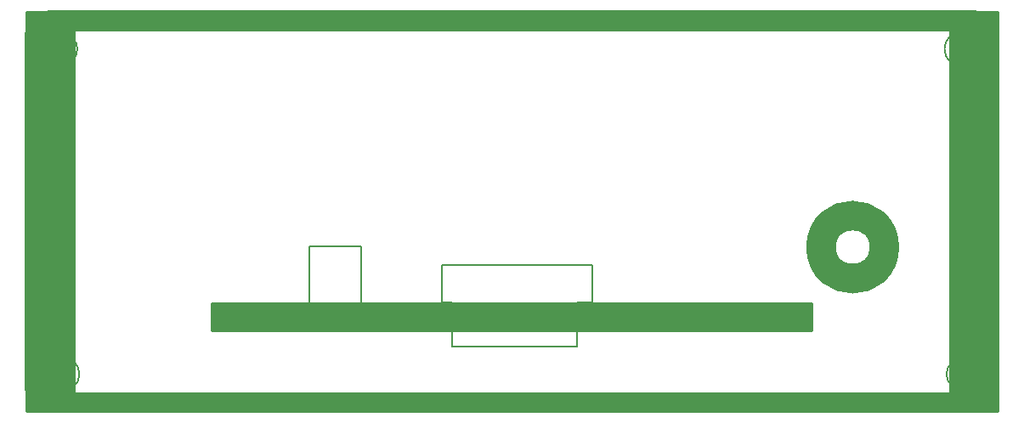
<source format=gts>
G04 #@! TF.FileFunction,Soldermask,Top*
%FSLAX46Y46*%
G04 Gerber Fmt 4.6, Leading zero omitted, Abs format (unit mm)*
G04 Created by KiCad (PCBNEW no-bzr-kicad_new3d-viewer) date 06/27/16 23:25:45*
%MOMM*%
%LPD*%
G01*
G04 APERTURE LIST*
%ADD10C,0.100000*%
%ADD11C,0.150000*%
%ADD12C,3.000000*%
%ADD13C,0.254000*%
G04 APERTURE END LIST*
D10*
D11*
X114911900Y-82160340D02*
X114911900Y-89760340D01*
X109711900Y-82160340D02*
X114911900Y-82160340D01*
X109711900Y-89760340D02*
X109711900Y-82160340D01*
X114911900Y-89760340D02*
X109711900Y-89760340D01*
X136411900Y-87760340D02*
X136411900Y-92160340D01*
X137911900Y-87760340D02*
X136411900Y-87760340D01*
X137911900Y-84060340D02*
X137911900Y-87760340D01*
X122911900Y-84060340D02*
X137911900Y-84060340D01*
X122911900Y-87760340D02*
X122911900Y-84060340D01*
X123911900Y-87760340D02*
X122911900Y-87760340D01*
X123911900Y-92160340D02*
X123911900Y-87760340D01*
X136411900Y-92160340D02*
X123911900Y-92160340D01*
D12*
X167005172Y-82279764D02*
G75*
G03X167005172Y-82279764I-3146824J0D01*
G01*
D11*
X86808348Y-94929764D02*
G75*
G03X86808348Y-94929764I-1600000J0D01*
G01*
X83908348Y-98729764D02*
G75*
G02X81408348Y-96229764I0J2500000D01*
G01*
X176008348Y-94929764D02*
G75*
G03X176008348Y-94929764I-1400000J0D01*
G01*
X178408348Y-96229764D02*
G75*
G02X175908348Y-98729764I-2500000J0D01*
G01*
X176208348Y-62529764D02*
G75*
G03X176208348Y-62529764I-1600000J0D01*
G01*
X175908348Y-58729764D02*
G75*
G02X178408348Y-61229764I0J-2500000D01*
G01*
X81408348Y-61229764D02*
G75*
G02X83908348Y-58729764I2500000J0D01*
G01*
X86608348Y-62529764D02*
G75*
G03X86608348Y-62529764I-1400000J0D01*
G01*
X81408348Y-61229764D02*
X81408348Y-96229764D01*
X178408348Y-96229764D02*
X178408348Y-61229764D01*
X175908348Y-98729764D02*
X83908348Y-98729764D01*
X175908348Y-58729764D02*
X83908348Y-58729764D01*
X166567437Y-83864326D02*
G75*
G02X166558348Y-80679764I-2709089J1584562D01*
G01*
X166558348Y-80679764D02*
X166558348Y-83879764D01*
D13*
G36*
X81535348Y-98602764D02*
X86281348Y-98602764D01*
X86281348Y-58856764D01*
X81535348Y-58856764D01*
X81535348Y-98602764D01*
X81535348Y-98602764D01*
G37*
X81535348Y-98602764D02*
X86281348Y-98602764D01*
X86281348Y-58856764D01*
X81535348Y-58856764D01*
X81535348Y-98602764D01*
G36*
X173535348Y-98602764D02*
X178281348Y-98602764D01*
X178281348Y-58856764D01*
X173535348Y-58856764D01*
X173535348Y-98602764D01*
X173535348Y-98602764D01*
G37*
X173535348Y-98602764D02*
X178281348Y-98602764D01*
X178281348Y-58856764D01*
X173535348Y-58856764D01*
X173535348Y-98602764D01*
G36*
X86385348Y-60602764D02*
X173431348Y-60602764D01*
X173431348Y-58856764D01*
X86385348Y-58856764D01*
X86385348Y-60602764D01*
X86385348Y-60602764D01*
G37*
X86385348Y-60602764D02*
X173431348Y-60602764D01*
X173431348Y-58856764D01*
X86385348Y-58856764D01*
X86385348Y-60602764D01*
G36*
X86385348Y-98602764D02*
X173431348Y-98602764D01*
X173431348Y-96856764D01*
X86385348Y-96856764D01*
X86385348Y-98602764D01*
X86385348Y-98602764D01*
G37*
X86385348Y-98602764D02*
X173431348Y-98602764D01*
X173431348Y-96856764D01*
X86385348Y-96856764D01*
X86385348Y-98602764D01*
G36*
X159762190Y-90602764D02*
X99966190Y-90602764D01*
X99966190Y-87856764D01*
X159762190Y-87856764D01*
X159762190Y-90602764D01*
X159762190Y-90602764D01*
G37*
X159762190Y-90602764D02*
X99966190Y-90602764D01*
X99966190Y-87856764D01*
X159762190Y-87856764D01*
X159762190Y-90602764D01*
M02*

</source>
